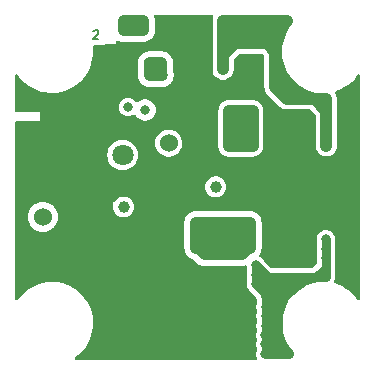
<source format=gbr>
%TF.GenerationSoftware,KiCad,Pcbnew,7.0.11-7.0.11~ubuntu22.04.1*%
%TF.CreationDate,2024-11-21T15:06:28+02:00*%
%TF.ProjectId,POEv3_Rev_A,504f4576-335f-4526-9576-5f412e6b6963,A*%
%TF.SameCoordinates,PX55d4a80PY8a48640*%
%TF.FileFunction,Copper,L2,Inr*%
%TF.FilePolarity,Positive*%
%FSLAX46Y46*%
G04 Gerber Fmt 4.6, Leading zero omitted, Abs format (unit mm)*
G04 Created by KiCad (PCBNEW 7.0.11-7.0.11~ubuntu22.04.1) date 2024-11-21 15:06:28*
%MOMM*%
%LPD*%
G01*
G04 APERTURE LIST*
%ADD10C,0.190500*%
%TA.AperFunction,NonConductor*%
%ADD11C,0.190500*%
%TD*%
%TA.AperFunction,ComponentPad*%
%ADD12C,1.524000*%
%TD*%
%TA.AperFunction,ComponentPad*%
%ADD13R,1.524000X1.524000*%
%TD*%
%TA.AperFunction,ComponentPad*%
%ADD14C,1.800000*%
%TD*%
%TA.AperFunction,ViaPad*%
%ADD15C,1.000000*%
%TD*%
%TA.AperFunction,ViaPad*%
%ADD16C,0.800000*%
%TD*%
%TA.AperFunction,Conductor*%
%ADD17C,1.270000*%
%TD*%
%TA.AperFunction,Conductor*%
%ADD18C,1.016000*%
%TD*%
%TA.AperFunction,Conductor*%
%ADD19C,1.524000*%
%TD*%
%TA.AperFunction,Conductor*%
%ADD20C,0.762000*%
%TD*%
%TA.AperFunction,Conductor*%
%ADD21C,0.508000*%
%TD*%
%TA.AperFunction,Conductor*%
%ADD22C,0.609600*%
%TD*%
%TA.AperFunction,Conductor*%
%ADD23C,0.990600*%
%TD*%
G04 APERTURE END LIST*
D10*
D11*
X7020470Y28242589D02*
X7056756Y28278875D01*
X7056756Y28278875D02*
X7129328Y28315161D01*
X7129328Y28315161D02*
X7310756Y28315161D01*
X7310756Y28315161D02*
X7383328Y28278875D01*
X7383328Y28278875D02*
X7419613Y28242589D01*
X7419613Y28242589D02*
X7455899Y28170018D01*
X7455899Y28170018D02*
X7455899Y28097446D01*
X7455899Y28097446D02*
X7419613Y27988589D01*
X7419613Y27988589D02*
X6984185Y27553161D01*
X6984185Y27553161D02*
X7455899Y27553161D01*
D12*
%TO.N,Spare1*%
%TO.C,C2*%
X2750000Y12500000D03*
D13*
%TO.N,GND*%
X7750000Y12500000D03*
%TD*%
D12*
%TO.N,+5VP*%
%TO.C,C6*%
X13400000Y18750000D03*
D13*
%TO.N,GND*%
X13400000Y15250000D03*
%TD*%
D14*
%TO.N,Spare2*%
%TO.C,U1*%
X9500000Y17750000D03*
%TD*%
%TO.N,/ILIM*%
%TO.C,U2*%
X18000000Y10950000D03*
%TD*%
D15*
%TO.N,GND*%
X12100000Y13850000D03*
X6250000Y14000000D03*
X14700000Y15700000D03*
X12900000Y4900000D03*
X14100000Y12850000D03*
X14100000Y11850000D03*
X12100000Y15850000D03*
X8500000Y9900000D03*
X11800000Y6900000D03*
X14100000Y13850000D03*
X6250000Y13000000D03*
X8500000Y10900000D03*
X11100000Y10850000D03*
X29000000Y17500000D03*
X8500000Y8900000D03*
X12900000Y5900000D03*
X29000000Y7500000D03*
X13100000Y9850000D03*
X29000000Y15000000D03*
X12100000Y14850000D03*
X12900000Y6900000D03*
X11800000Y4900000D03*
X11100000Y12850000D03*
X11100000Y8850000D03*
X14700000Y14700000D03*
X7500000Y9900000D03*
X13100000Y10850000D03*
X6250000Y12000000D03*
X13100000Y13850000D03*
X13100000Y12850000D03*
X11100000Y9850000D03*
X13100000Y8850000D03*
X8500000Y7900000D03*
X6500000Y10900000D03*
X7500000Y8900000D03*
X29000000Y12500000D03*
X12100000Y8850000D03*
X7500000Y10900000D03*
X6500000Y9900000D03*
X14100000Y10850000D03*
X7500000Y13750000D03*
X11100000Y11850000D03*
X12100000Y9850000D03*
X12100000Y11850000D03*
X12100000Y12850000D03*
X12100000Y10850000D03*
X29000000Y20000000D03*
X13100000Y11850000D03*
X14000000Y6900000D03*
X29000000Y22500000D03*
X14000000Y5900000D03*
X14100000Y9850000D03*
X14100000Y8850000D03*
X29000000Y10000000D03*
X11800000Y5900000D03*
X6250000Y15000000D03*
D16*
%TO.N,/SW_LX*%
X24000000Y7300000D03*
X20800000Y7600000D03*
X24000000Y6500000D03*
X22400000Y7300000D03*
X22400000Y6500000D03*
X22400000Y900000D03*
X22400000Y4100000D03*
X22400000Y3300000D03*
X24800000Y7300000D03*
X22400000Y5700000D03*
X23200000Y900000D03*
X22400000Y4900000D03*
X21600000Y7300000D03*
X21600000Y3300000D03*
X21600000Y5700000D03*
X20800000Y6800000D03*
X23200000Y5700000D03*
X21589000Y2500000D03*
X21600000Y4100000D03*
X23200000Y6500000D03*
X21589000Y900000D03*
X22400000Y2500000D03*
X21600000Y4900000D03*
X23200000Y7300000D03*
X26700000Y7400000D03*
X26700000Y10600000D03*
X22400000Y1700000D03*
X21589000Y1700000D03*
X26700000Y9800000D03*
X20800000Y8400000D03*
X26700000Y9000000D03*
X21600000Y6500000D03*
X26700000Y8200000D03*
%TO.N,Net-(U1-CLS)*%
X9960000Y21800000D03*
D15*
%TO.N,/ILIM*%
X20250000Y9900000D03*
X15750000Y9900000D03*
X20250000Y12000000D03*
X15750000Y12000000D03*
X15750000Y10950000D03*
X20250000Y10950000D03*
D16*
X18625000Y9250000D03*
D15*
%TO.N,Net-(U1-CDB)*%
X17375000Y15050000D03*
X9584989Y13333661D03*
%TO.N,+5VP*%
X22400000Y23500000D03*
X21000000Y28100000D03*
X19500000Y20500000D03*
X22000000Y29100000D03*
X19500000Y21500000D03*
X19500000Y19500000D03*
X26750000Y19500000D03*
X18500000Y18500000D03*
X18500000Y20500000D03*
X18000000Y26000000D03*
X19500000Y18500000D03*
X21000000Y29100000D03*
X18000000Y25000000D03*
D16*
X22400000Y26500000D03*
D15*
X23000000Y29100000D03*
X22400000Y25500000D03*
X20500000Y19500000D03*
X19000000Y29100000D03*
X24400000Y22500000D03*
D16*
X21000000Y27200000D03*
D15*
X20500000Y18500000D03*
D16*
X22000000Y27200000D03*
D15*
X20500000Y21500000D03*
X26750000Y20500000D03*
X26750000Y22500000D03*
X18500000Y21500000D03*
X22000000Y28100000D03*
X23400000Y23500000D03*
X18500000Y19500000D03*
X20000000Y28100000D03*
X22400000Y24500000D03*
X20000000Y29100000D03*
D16*
X19000000Y27200000D03*
D15*
X25400000Y22500000D03*
X23400000Y22500000D03*
D16*
X20000000Y27200000D03*
D15*
X19000000Y28100000D03*
X26750000Y18500000D03*
X20500000Y20500000D03*
X26750000Y21500000D03*
%TO.N,Spare1*%
X11815131Y24515131D03*
X12784000Y25500000D03*
X11784000Y25500000D03*
X12800000Y24500000D03*
D16*
%TO.N,Spare2*%
X11405000Y21560000D03*
X9600000Y28300000D03*
X9600000Y29111000D03*
X10400000Y28300000D03*
X10400000Y29111000D03*
X11200000Y28300000D03*
X11200000Y29111000D03*
%TD*%
D17*
%TO.N,GND*%
X14000000Y5900000D02*
X13000000Y4900000D01*
D18*
X9250000Y11850000D02*
X11100000Y11850000D01*
X7750000Y12500000D02*
X8400000Y11850000D01*
X11250000Y15000000D02*
X12100000Y15850000D01*
D17*
X13100000Y8850000D02*
X13100000Y5100000D01*
D19*
X14700000Y15850000D02*
X12100000Y15850000D01*
D18*
X14000000Y7900000D02*
X14100000Y8000000D01*
X9100000Y14850000D02*
X10200000Y14850000D01*
X8300000Y15000000D02*
X7500000Y15000000D01*
D17*
X14700000Y15700000D02*
X14700000Y15850000D01*
D18*
X11100000Y12850000D02*
X10100000Y11850000D01*
X6500000Y9900000D02*
X8500000Y9900000D01*
X10200000Y6200000D02*
X11500000Y4900000D01*
D17*
X12100000Y8850000D02*
X11100000Y8850000D01*
D18*
X6250000Y10150000D02*
X6250000Y12000000D01*
D17*
X14700000Y13450000D02*
X14700000Y14700000D01*
X12100000Y5700000D02*
X12900000Y4900000D01*
X14100000Y8000000D02*
X14100000Y6000000D01*
D18*
X7500000Y12750000D02*
X7750000Y12500000D01*
X6500000Y10900000D02*
X8500000Y10900000D01*
X10100000Y11850000D02*
X9250000Y11850000D01*
X6400000Y11850000D02*
X6250000Y12000000D01*
D17*
X14100000Y12850000D02*
X14700000Y13450000D01*
D19*
X12100000Y13850000D02*
X14100000Y13850000D01*
D18*
X8300000Y15000000D02*
X11250000Y15000000D01*
X6250000Y15000000D02*
X7500000Y13750000D01*
D17*
X13100000Y8850000D02*
X13100000Y13850000D01*
D18*
X8500000Y7900000D02*
X10250000Y7900000D01*
D17*
X11100000Y8850000D02*
X11100000Y12850000D01*
D18*
X7750000Y12500000D02*
X6250000Y14000000D01*
X7500000Y13750000D02*
X7500000Y12750000D01*
X12100000Y15850000D02*
X12800000Y15850000D01*
D17*
X13100000Y5100000D02*
X12900000Y4900000D01*
D18*
X13400000Y15250000D02*
X13400000Y14150000D01*
X13400000Y14150000D02*
X13100000Y13850000D01*
X8500000Y9900000D02*
X11050000Y9900000D01*
X11050000Y9900000D02*
X11100000Y9850000D01*
X10250000Y7900000D02*
X14000000Y7900000D01*
X7750000Y12500000D02*
X6250000Y12500000D01*
X8400000Y11850000D02*
X9250000Y11850000D01*
X6250000Y12500000D02*
X6250000Y15000000D01*
X12800000Y15850000D02*
X13400000Y15250000D01*
D17*
X14100000Y8850000D02*
X12100000Y8850000D01*
D18*
X11100000Y13950000D02*
X10200000Y14850000D01*
D17*
X14100000Y13850000D02*
X14100000Y15850000D01*
D18*
X6250000Y15000000D02*
X7100000Y15850000D01*
X8500000Y8900000D02*
X11050000Y8900000D01*
X12100000Y13950000D02*
X13400000Y15250000D01*
X7100000Y15850000D02*
X12100000Y15850000D01*
X8500000Y10900000D02*
X11050000Y10900000D01*
X11050000Y8900000D02*
X11100000Y8850000D01*
X11500000Y4900000D02*
X12900000Y4900000D01*
X9250000Y11850000D02*
X9104307Y11850000D01*
X7500000Y13750000D02*
X7500000Y15000000D01*
X14100000Y14550000D02*
X13400000Y15250000D01*
X12100000Y13850000D02*
X12100000Y13950000D01*
D17*
X11100000Y8850000D02*
X11100000Y4900000D01*
D18*
X9100000Y14850000D02*
X8950000Y15000000D01*
X7500000Y8900000D02*
X6250000Y10150000D01*
X8195989Y12758318D02*
X8195989Y13945989D01*
D17*
X13000000Y4900000D02*
X12900000Y4900000D01*
X14700000Y14700000D02*
X14700000Y15700000D01*
D18*
X7500000Y15000000D02*
X6250000Y15000000D01*
X8500000Y10900000D02*
X8500000Y7900000D01*
D17*
X14100000Y8850000D02*
X14100000Y8000000D01*
X14100000Y6000000D02*
X14000000Y5900000D01*
D18*
X8195989Y13945989D02*
X9100000Y14850000D01*
D17*
X12900000Y4900000D02*
X11800000Y4900000D01*
D18*
X9104307Y11850000D02*
X8195989Y12758318D01*
X10250000Y6250000D02*
X10250000Y7900000D01*
D17*
X11100000Y12850000D02*
X12100000Y13850000D01*
X14100000Y15850000D02*
X12100000Y15850000D01*
D18*
X11100000Y11850000D02*
X6400000Y11850000D01*
X11100000Y12850000D02*
X11100000Y13950000D01*
X7500000Y13750000D02*
X7500000Y8900000D01*
X14100000Y13850000D02*
X14700000Y14450000D01*
D17*
X12100000Y15850000D02*
X12100000Y13850000D01*
D18*
X6250000Y12000000D02*
X6250000Y12500000D01*
D17*
X12100000Y8850000D02*
X12100000Y13850000D01*
X11100000Y4900000D02*
X6250000Y9750000D01*
D18*
X8950000Y15000000D02*
X8300000Y15000000D01*
D17*
X11100000Y4900000D02*
X11800000Y4900000D01*
D18*
X8500000Y7900000D02*
X10200000Y6200000D01*
X11050000Y10900000D02*
X11100000Y10850000D01*
D17*
X12100000Y8850000D02*
X12100000Y5700000D01*
D18*
X10200000Y14850000D02*
X12100000Y14850000D01*
X14700000Y14450000D02*
X14700000Y14700000D01*
X14100000Y13850000D02*
X14100000Y8850000D01*
X8500000Y7900000D02*
X7500000Y8900000D01*
D17*
X6250000Y9750000D02*
X6250000Y15000000D01*
D18*
X14100000Y13850000D02*
X14100000Y14550000D01*
X10200000Y6200000D02*
X10250000Y6250000D01*
D20*
%TO.N,/SW_LX*%
X23025718Y1485718D02*
X22618999Y1892437D01*
X23200000Y5700000D02*
X22618999Y4300000D01*
X22800000Y5300000D02*
X22400000Y4900000D01*
D21*
X22618999Y3680000D02*
X23200000Y5700000D01*
X22653781Y2490000D02*
X23646218Y1010000D01*
D20*
X20800000Y6800000D02*
X23700000Y6800000D01*
X21600000Y6000000D02*
X21600000Y5700000D01*
X24522633Y6977367D02*
X25900000Y7400000D01*
X21600000Y911000D02*
X21589000Y900000D01*
X23700000Y6800000D02*
X24000000Y6500000D01*
X23025718Y1485718D02*
X22400000Y3300000D01*
X23025718Y1485718D02*
X23573827Y937609D01*
X26700000Y7400000D02*
X25900000Y7400000D01*
X23200000Y900000D02*
X22400000Y1700000D01*
X22618999Y1940000D02*
X22618999Y1481001D01*
X26700000Y10600000D02*
X26700000Y7400000D01*
X21000000Y7400000D02*
X20800000Y7600000D01*
X26700000Y7400000D02*
X22800000Y7400000D01*
X21800000Y7400000D02*
X21900000Y7400000D01*
X25900000Y7400000D02*
X26700000Y8200000D01*
X21900000Y1211000D02*
X21900000Y7400000D01*
X22618999Y2790000D02*
X22618999Y2380000D01*
X20800000Y8400000D02*
X21800000Y7400000D01*
X21600000Y5700000D02*
X21600000Y911000D01*
X22800000Y5300000D02*
X22800000Y7400000D01*
X24000000Y6500000D02*
X25200000Y7306564D01*
X22400000Y2500000D02*
X22618999Y3680000D01*
X21600000Y5700000D02*
X21600000Y7300000D01*
X23200000Y900000D02*
X23611436Y900000D01*
X22618999Y3680000D02*
X22618999Y2790000D01*
X23200000Y5700000D02*
X22800000Y5300000D01*
D21*
X22618999Y3680000D02*
X23200000Y900000D01*
D20*
X22400000Y3300000D02*
X23200000Y900000D01*
X22618999Y1892437D02*
X22618999Y1940000D01*
X23200000Y5700000D02*
X22618999Y5118999D01*
X20800000Y6800000D02*
X21600000Y6000000D01*
X21900000Y7400000D02*
X21000000Y7400000D01*
X20800000Y8400000D02*
X20800000Y6800000D01*
X24000000Y6500000D02*
X23200000Y5700000D01*
X21589000Y900000D02*
X21900000Y1211000D01*
X22618999Y1481001D02*
X23200000Y900000D01*
X22400000Y1700000D02*
X22400000Y7300000D01*
X22618999Y2380000D02*
X22618999Y1940000D01*
X21589000Y900000D02*
X23200000Y900000D01*
X24230446Y6730446D02*
X24000000Y6500000D01*
X25900000Y7400000D02*
X25846892Y7400000D01*
X22800000Y7400000D02*
X21900000Y7400000D01*
X22669499Y2610000D02*
X23250500Y1130000D01*
X23611436Y900000D02*
X23025718Y1485718D01*
X22618999Y5118999D02*
X22618999Y3680000D01*
X22618999Y2790000D02*
X23200000Y900000D01*
X25846892Y7400005D02*
G75*
G03*
X24230446Y6730446I8J-2286005D01*
G01*
D18*
%TO.N,/ILIM*%
X17900000Y9900000D02*
X19400000Y9900000D01*
X15750000Y9900000D02*
X15750000Y12000000D01*
D20*
X19275000Y9900000D02*
X19400000Y9900000D01*
X18625000Y9250000D02*
X16400000Y9250000D01*
X18625000Y9250000D02*
X19600000Y9250000D01*
D18*
X20250000Y11400000D02*
X15750000Y11400000D01*
X20250000Y10950000D02*
X15750000Y10950000D01*
X15750000Y12000000D02*
X20250000Y12000000D01*
D20*
X18625000Y9250000D02*
X17975000Y9900000D01*
D18*
X19400000Y9900000D02*
X20250000Y9900000D01*
X20250000Y10500000D02*
X15750000Y10500000D01*
D20*
X16400000Y9250000D02*
X15750000Y9900000D01*
X18625000Y9250000D02*
X19275000Y9900000D01*
D18*
X20250000Y12000000D02*
X20250000Y9900000D01*
X15750000Y9900000D02*
X17900000Y9900000D01*
D20*
X17975000Y9900000D02*
X17900000Y9900000D01*
X19600000Y9250000D02*
X20250000Y9900000D01*
D18*
%TO.N,+5VP*%
X24425024Y23055024D02*
X24080915Y23250915D01*
X22491999Y24839832D02*
X22491999Y27720000D01*
X22400000Y26500000D02*
X22400000Y26089144D01*
X23431831Y29100000D02*
X23000000Y29100000D01*
X18500000Y18500000D02*
X18500000Y21500000D01*
X19000000Y28100000D02*
X22000000Y28100000D01*
D21*
X26750000Y22500000D02*
X24080915Y23250915D01*
D18*
X20500000Y18500000D02*
X18500000Y18500000D01*
X22621770Y27720000D02*
X22400000Y26500000D01*
X22400000Y26500000D02*
X21700000Y27200000D01*
X22400000Y23500000D02*
X23400000Y22500000D01*
D22*
X22400000Y26900000D02*
X23218344Y24113487D01*
D18*
X22000000Y27200000D02*
X22000000Y29100000D01*
D20*
X23000000Y29100000D02*
X22400000Y26089144D01*
D18*
X18000000Y25000000D02*
X18000000Y26000000D01*
X23218344Y24113487D02*
X24080915Y23250915D01*
D22*
X23218343Y28886512D02*
X22400000Y26089144D01*
D18*
X21400000Y27200000D02*
X22000000Y27200000D01*
D20*
X22400000Y26089144D02*
X23400000Y23500000D01*
D18*
X25750000Y22500000D02*
X25400000Y22500000D01*
X22400000Y26910856D02*
X22621770Y27720000D01*
X22400000Y23500000D02*
X22400000Y25500000D01*
X26750000Y21500000D02*
X25750000Y22500000D01*
X22400000Y24500000D02*
X24400000Y22500000D01*
X24781878Y22851878D02*
X24425024Y23055024D01*
X19500000Y21500000D02*
X19500000Y18500000D01*
D23*
X26750000Y22500000D02*
X26750000Y18500000D01*
D18*
X18000000Y29100000D02*
X19000000Y29100000D01*
X22400000Y25500000D02*
X22400000Y26900000D01*
X19000000Y29100000D02*
X23000000Y29100000D01*
X22000000Y28100000D02*
X23000000Y29100000D01*
X18000000Y26000000D02*
X18000000Y26200000D01*
X18000000Y26000000D02*
X18000000Y29100000D01*
X19000000Y29100000D02*
X19000000Y27200000D01*
X23431831Y29100000D02*
X23218343Y28886512D01*
X18000000Y26200000D02*
X19000000Y27200000D01*
X23218344Y24113487D02*
X22491999Y24839832D01*
X22400000Y25500000D02*
X22400000Y24500000D01*
X25400000Y22500000D02*
X24781878Y22851878D01*
X24080915Y23250915D02*
X24831831Y22500000D01*
X23408001Y22491999D02*
X26750000Y22491999D01*
X22400000Y28500000D02*
X23000000Y29100000D01*
X25750000Y22500000D02*
X24781878Y22851878D01*
X20500000Y21500000D02*
X20500000Y18500000D01*
X21700000Y27200000D02*
X21400000Y27200000D01*
D22*
X22400000Y26900000D02*
X23400000Y23500000D01*
D18*
X24831831Y22500000D02*
X25400000Y22500000D01*
X19000000Y27200000D02*
X21400000Y27200000D01*
X18500000Y21500000D02*
X20500000Y21500000D01*
D22*
X24080915Y23250915D02*
X22695199Y25330000D01*
D18*
X22400000Y26910856D02*
X22400000Y26900000D01*
X23400000Y22500000D02*
X23408001Y22491999D01*
X22621770Y27720000D02*
X23218343Y28886512D01*
D23*
X26750000Y22500000D02*
X24831831Y22500000D01*
D18*
X22621770Y27720000D02*
X23000000Y29100000D01*
X22400000Y26900000D02*
X22400000Y28500000D01*
X22400031Y26089144D02*
G75*
G03*
X23218344Y24113487I2793969J-44D01*
G01*
X23218321Y28886534D02*
G75*
G03*
X22400000Y26910856I1975679J-1975634D01*
G01*
%TO.N,Spare1*%
X12784000Y25500000D02*
X12784000Y24516000D01*
X11784000Y25500000D02*
X12784000Y25500000D01*
X12784869Y24515131D02*
X11815131Y24515131D01*
X11815131Y24515131D02*
X11815131Y25468869D01*
X12784000Y24516000D02*
G75*
G03*
X12800000Y24500000I16000J0D01*
G01*
X11815100Y25468869D02*
G75*
G03*
X11784000Y25500000I-31100J31D01*
G01*
X12800031Y24500000D02*
G75*
G03*
X12784869Y24515131I-15131J0D01*
G01*
%TO.N,Spare2*%
X9600000Y28300000D02*
X9600000Y29111000D01*
X9600000Y29111000D02*
X11200000Y29111000D01*
X11200000Y28300000D02*
X9600000Y28300000D01*
X11200000Y29111000D02*
X11200000Y28300000D01*
%TD*%
%TA.AperFunction,Conductor*%
%TO.N,GND*%
G36*
X17127892Y29598498D02*
G01*
X17174385Y29544842D01*
X17184489Y29474568D01*
X17179604Y29453566D01*
X17174492Y29437832D01*
X17170481Y29425488D01*
X17165757Y29413183D01*
X17149374Y29376385D01*
X17149373Y29376383D01*
X17140999Y29336985D01*
X17137586Y29324247D01*
X17125145Y29285961D01*
X17125144Y29285955D01*
X17120934Y29245903D01*
X17118872Y29232882D01*
X17110500Y29193492D01*
X17110500Y26226594D01*
X17110327Y26220000D01*
X17106825Y26153193D01*
X17108949Y26139788D01*
X17110500Y26120076D01*
X17110500Y24953377D01*
X17125146Y24814039D01*
X17182922Y24636221D01*
X17182928Y24636209D01*
X17276410Y24474291D01*
X17276414Y24474285D01*
X17401527Y24335333D01*
X17552795Y24225430D01*
X17552797Y24225429D01*
X17552800Y24225427D01*
X17723615Y24149375D01*
X17867634Y24118764D01*
X17906509Y24110500D01*
X17906510Y24110500D01*
X18093491Y24110500D01*
X18125551Y24117315D01*
X18276385Y24149375D01*
X18447200Y24225427D01*
X18598470Y24335331D01*
X18620156Y24359415D01*
X18723585Y24474285D01*
X18723589Y24474291D01*
X18782157Y24575735D01*
X18817075Y24636215D01*
X18874855Y24814044D01*
X18889500Y24953380D01*
X18889500Y25779367D01*
X18909502Y25847488D01*
X18926405Y25868462D01*
X19331538Y26273595D01*
X19393850Y26307621D01*
X19420633Y26310500D01*
X21279367Y26310500D01*
X21347488Y26290498D01*
X21368462Y26273595D01*
X21473595Y26168462D01*
X21507621Y26106150D01*
X21510500Y26079367D01*
X21510500Y24579926D01*
X21508949Y24560216D01*
X21506825Y24546810D01*
X21510327Y24480002D01*
X21510500Y24473407D01*
X21510500Y23579926D01*
X21508949Y23560216D01*
X21506825Y23546810D01*
X21510327Y23480002D01*
X21510500Y23473407D01*
X21510500Y23453377D01*
X21512593Y23433466D01*
X21513110Y23426888D01*
X21516610Y23360092D01*
X21516611Y23360081D01*
X21520125Y23346967D01*
X21523726Y23327537D01*
X21525144Y23314043D01*
X21545818Y23250418D01*
X21547691Y23244094D01*
X21565006Y23179476D01*
X21571165Y23167387D01*
X21578729Y23149128D01*
X21582925Y23136215D01*
X21616385Y23078261D01*
X21619523Y23072480D01*
X21649891Y23012877D01*
X21658430Y23002333D01*
X21669629Y22986039D01*
X21676415Y22974285D01*
X21721182Y22924566D01*
X21725465Y22919551D01*
X21738064Y22903993D01*
X21738069Y22903987D01*
X21752210Y22889846D01*
X21756751Y22885062D01*
X21801530Y22835331D01*
X21812509Y22827354D01*
X21827545Y22814512D01*
X22722510Y21919547D01*
X22735349Y21904516D01*
X22743332Y21893529D01*
X22776360Y21863790D01*
X22793051Y21848762D01*
X22797820Y21844237D01*
X22811995Y21830062D01*
X22827562Y21817456D01*
X22832553Y21813193D01*
X22882286Y21768414D01*
X22891852Y21762892D01*
X22894035Y21761631D01*
X22910334Y21750429D01*
X22920876Y21741892D01*
X22980510Y21711507D01*
X22986249Y21708391D01*
X23044216Y21674924D01*
X23057119Y21670732D01*
X23075380Y21663169D01*
X23087476Y21657005D01*
X23087478Y21657005D01*
X23087479Y21657004D01*
X23152091Y21639692D01*
X23158419Y21637818D01*
X23222045Y21617144D01*
X23230041Y21616304D01*
X23235542Y21615725D01*
X23254975Y21612124D01*
X23268086Y21608611D01*
X23334889Y21605111D01*
X23341452Y21604595D01*
X23361381Y21602499D01*
X23381415Y21602499D01*
X23388007Y21602327D01*
X23410497Y21601148D01*
X23454809Y21598825D01*
X23454809Y21598826D01*
X23454811Y21598825D01*
X23464575Y21600372D01*
X23468216Y21600948D01*
X23487926Y21602499D01*
X25337368Y21602499D01*
X25405489Y21582497D01*
X25426463Y21565594D01*
X25836295Y21155762D01*
X25870321Y21093450D01*
X25873200Y21066667D01*
X25873200Y20597525D01*
X25872510Y20584355D01*
X25863644Y20500001D01*
X25872510Y20415646D01*
X25873200Y20402476D01*
X25873200Y19597525D01*
X25872510Y19584355D01*
X25863644Y19500001D01*
X25872510Y19415646D01*
X25873200Y19402476D01*
X25873200Y18597525D01*
X25872510Y18584355D01*
X25863644Y18500001D01*
X25883012Y18315717D01*
X25911373Y18228434D01*
X25940274Y18139487D01*
X25942163Y18136215D01*
X26032921Y17979016D01*
X26032926Y17979008D01*
X26156909Y17841311D01*
X26156912Y17841309D01*
X26306822Y17732393D01*
X26476101Y17657025D01*
X26657350Y17618500D01*
X26657351Y17618500D01*
X26842650Y17618500D01*
X26948534Y17641006D01*
X27023899Y17657025D01*
X27193178Y17732393D01*
X27242846Y17768481D01*
X27246954Y17771341D01*
X27247219Y17771519D01*
X27249289Y17773161D01*
X27343088Y17841309D01*
X27384167Y17886934D01*
X27386301Y17889242D01*
X27390302Y17893467D01*
X27390306Y17893470D01*
X27390309Y17893475D01*
X27391580Y17894816D01*
X27395170Y17899153D01*
X27467077Y17979013D01*
X27500167Y18036331D01*
X27502219Y18039413D01*
X27502191Y18039429D01*
X27506492Y18046577D01*
X27510084Y18053507D01*
X27559726Y18139487D01*
X27582001Y18208046D01*
X27584235Y18213738D01*
X27585796Y18218375D01*
X27585802Y18218386D01*
X27585804Y18218399D01*
X27586291Y18219842D01*
X27588626Y18228434D01*
X27616987Y18315716D01*
X27619031Y18335159D01*
X27621711Y18360662D01*
X27625170Y18393576D01*
X27626462Y18401541D01*
X27627019Y18406657D01*
X27627490Y18415646D01*
X27636356Y18500000D01*
X27627489Y18584356D01*
X27626800Y18597525D01*
X27626800Y19402476D01*
X27627490Y19415646D01*
X27636356Y19500000D01*
X27627489Y19584356D01*
X27626800Y19597525D01*
X27626800Y20402476D01*
X27627490Y20415646D01*
X27633623Y20474000D01*
X27636356Y20500000D01*
X27627489Y20584356D01*
X27626800Y20597525D01*
X27626800Y21339891D01*
X27628351Y21359602D01*
X27630009Y21370072D01*
X27643174Y21453190D01*
X27642881Y21458774D01*
X27634711Y21614689D01*
X27633389Y21639915D01*
X27632477Y21643318D01*
X27631094Y21648481D01*
X27626800Y21681094D01*
X27626800Y22325515D01*
X27629553Y22351712D01*
X27639500Y22398509D01*
X27639500Y22585490D01*
X27631236Y22624365D01*
X27600625Y22768384D01*
X27562732Y22853493D01*
X27561988Y22855430D01*
X27559728Y22860507D01*
X27559726Y22860513D01*
X27559722Y22860520D01*
X27557465Y22865590D01*
X27556521Y22867442D01*
X27548676Y22885062D01*
X27524573Y22939199D01*
X27524571Y22939202D01*
X27524570Y22939204D01*
X27503341Y22968423D01*
X27479482Y23035290D01*
X27495561Y23104442D01*
X27546475Y23153923D01*
X27572127Y23164046D01*
X27584400Y23167393D01*
X27600986Y23171916D01*
X27948503Y23307798D01*
X28279607Y23479849D01*
X28590547Y23686119D01*
X28877801Y23924272D01*
X29138114Y24191609D01*
X29368535Y24485101D01*
X29385685Y24512510D01*
X29438774Y24559649D01*
X29508920Y24570603D01*
X29573853Y24541895D01*
X29612957Y24482638D01*
X29618500Y24445678D01*
X29618500Y5548984D01*
X29598498Y5480863D01*
X29544842Y5434370D01*
X29474568Y5424266D01*
X29409988Y5453760D01*
X29389394Y5476560D01*
X29334772Y5554323D01*
X29257232Y5664713D01*
X29257227Y5664719D01*
X29257222Y5664725D01*
X29011517Y5945527D01*
X29011515Y5945529D01*
X28737344Y6198630D01*
X28437828Y6421152D01*
X28437827Y6421154D01*
X28269813Y6520155D01*
X28116345Y6610585D01*
X27776554Y6764770D01*
X27670057Y6800001D01*
X27471613Y6865650D01*
X27413222Y6906035D01*
X27385934Y6971578D01*
X27398413Y7041469D01*
X27404504Y7052316D01*
X27408561Y7058773D01*
X27408562Y7058774D01*
X27466727Y7225000D01*
X27486445Y7400000D01*
X27466727Y7575000D01*
X27466727Y7575002D01*
X27465659Y7579681D01*
X27462500Y7607718D01*
X27462500Y7992286D01*
X27465659Y8020324D01*
X27466724Y8024992D01*
X27466727Y8025000D01*
X27486445Y8200000D01*
X27468067Y8363111D01*
X27466727Y8375002D01*
X27465659Y8379681D01*
X27462500Y8407718D01*
X27462500Y8792286D01*
X27465659Y8820324D01*
X27466724Y8824992D01*
X27466727Y8825000D01*
X27486445Y9000000D01*
X27466727Y9175000D01*
X27466727Y9175002D01*
X27465659Y9179681D01*
X27462500Y9207718D01*
X27462500Y9592286D01*
X27465659Y9620324D01*
X27466724Y9624992D01*
X27466727Y9625000D01*
X27486445Y9800000D01*
X27470720Y9939560D01*
X27466727Y9975002D01*
X27465659Y9979681D01*
X27462500Y10007718D01*
X27462500Y10392286D01*
X27465659Y10420324D01*
X27466724Y10424992D01*
X27466727Y10425000D01*
X27486445Y10600000D01*
X27466727Y10775000D01*
X27408562Y10941226D01*
X27314867Y11090340D01*
X27314863Y11090344D01*
X27314863Y11090345D01*
X27190344Y11214864D01*
X27190341Y11214866D01*
X27190340Y11214867D01*
X27052370Y11301560D01*
X27041225Y11308563D01*
X26922614Y11350066D01*
X26875000Y11366727D01*
X26700000Y11386445D01*
X26525000Y11366727D01*
X26524997Y11366727D01*
X26524997Y11366726D01*
X26358774Y11308563D01*
X26258467Y11245535D01*
X26209660Y11214867D01*
X26209658Y11214866D01*
X26209656Y11214864D01*
X26209655Y11214864D01*
X26085136Y11090345D01*
X26085136Y11090344D01*
X25991437Y10941226D01*
X25933274Y10775003D01*
X25933273Y10775000D01*
X25913555Y10600000D01*
X25933273Y10425000D01*
X25934341Y10420324D01*
X25937500Y10392286D01*
X25937500Y10007718D01*
X25934341Y9979681D01*
X25933272Y9975002D01*
X25913555Y9800001D01*
X25933273Y9625000D01*
X25934341Y9620324D01*
X25937500Y9592286D01*
X25937500Y9207718D01*
X25934341Y9179681D01*
X25933272Y9175002D01*
X25913555Y9000001D01*
X25933273Y8825000D01*
X25934341Y8820324D01*
X25937500Y8792286D01*
X25937500Y8568028D01*
X25917498Y8499907D01*
X25900595Y8478933D01*
X25621067Y8199405D01*
X25558755Y8165379D01*
X25531972Y8162500D01*
X22825856Y8162500D01*
X22818530Y8162713D01*
X22807141Y8163377D01*
X22755367Y8166392D01*
X22755362Y8166392D01*
X22749708Y8165396D01*
X22744144Y8164414D01*
X22722267Y8162500D01*
X22168028Y8162500D01*
X22099907Y8182502D01*
X22078933Y8199405D01*
X21470333Y8808005D01*
X21452741Y8830064D01*
X21414867Y8890341D01*
X21290344Y9014864D01*
X21290341Y9014866D01*
X21290340Y9014867D01*
X21141226Y9108562D01*
X21141225Y9108563D01*
X21141224Y9108563D01*
X21135961Y9110405D01*
X21078271Y9151786D01*
X21052112Y9217788D01*
X21065789Y9287455D01*
X21080177Y9309258D01*
X21099278Y9332531D01*
X21193667Y9509120D01*
X21251792Y9700731D01*
X21266500Y9850066D01*
X21271418Y9900000D01*
X21267107Y9943773D01*
X21266500Y9956123D01*
X21266500Y10443879D01*
X21267107Y10456230D01*
X21271418Y10499999D01*
X21271418Y10500003D01*
X21267107Y10543773D01*
X21266500Y10556123D01*
X21266500Y10893879D01*
X21267107Y10906230D01*
X21271418Y10949999D01*
X21271418Y10950003D01*
X21267107Y10993773D01*
X21266500Y11006123D01*
X21266500Y11343879D01*
X21267107Y11356230D01*
X21271418Y11399999D01*
X21271418Y11400003D01*
X21267107Y11443773D01*
X21266500Y11456123D01*
X21266500Y11943879D01*
X21267107Y11956230D01*
X21271418Y11999998D01*
X21271418Y12000005D01*
X21251793Y12199262D01*
X21251793Y12199264D01*
X21251792Y12199267D01*
X21251792Y12199269D01*
X21193667Y12390880D01*
X21189468Y12398735D01*
X21099279Y12567467D01*
X21099278Y12567469D01*
X20972252Y12722252D01*
X20817469Y12849278D01*
X20817467Y12849279D01*
X20817466Y12849280D01*
X20640883Y12943666D01*
X20640877Y12943668D01*
X20543698Y12973147D01*
X20449269Y13001792D01*
X20449266Y13001793D01*
X20449261Y13001794D01*
X20299935Y13016500D01*
X20299934Y13016500D01*
X20283289Y13018140D01*
X20250002Y13021418D01*
X20249998Y13021418D01*
X20220205Y13018484D01*
X20206228Y13017107D01*
X20193879Y13016500D01*
X15806121Y13016500D01*
X15793771Y13017107D01*
X15779794Y13018484D01*
X15750002Y13021418D01*
X15749998Y13021418D01*
X15716710Y13018140D01*
X15700066Y13016500D01*
X15700065Y13016500D01*
X15550739Y13001794D01*
X15550736Y13001794D01*
X15359122Y12943668D01*
X15359116Y12943666D01*
X15182533Y12849280D01*
X15027748Y12722252D01*
X14900720Y12567467D01*
X14806334Y12390884D01*
X14806332Y12390878D01*
X14748206Y12199264D01*
X14748206Y12199262D01*
X14728582Y12000004D01*
X14728582Y11999999D01*
X14732893Y11956230D01*
X14733500Y11943879D01*
X14733500Y11456123D01*
X14732893Y11443773D01*
X14728582Y11400003D01*
X14728582Y11399999D01*
X14732893Y11356230D01*
X14733500Y11343879D01*
X14733500Y11006123D01*
X14732893Y10993773D01*
X14728582Y10950003D01*
X14728582Y10949999D01*
X14732893Y10906230D01*
X14733500Y10893879D01*
X14733500Y10556123D01*
X14732893Y10543773D01*
X14728582Y10500003D01*
X14728582Y10499999D01*
X14732893Y10456230D01*
X14733500Y10443879D01*
X14733500Y9956123D01*
X14732893Y9943773D01*
X14728582Y9900003D01*
X14728582Y9899999D01*
X14733500Y9850067D01*
X14733500Y9850065D01*
X14748206Y9700740D01*
X14748206Y9700737D01*
X14806332Y9509123D01*
X14806334Y9509117D01*
X14900720Y9332534D01*
X14900722Y9332531D01*
X15027748Y9177748D01*
X15182531Y9050722D01*
X15359120Y8956333D01*
X15438880Y8932138D01*
X15491397Y8900660D01*
X15714509Y8677548D01*
X15727348Y8662517D01*
X15735331Y8651530D01*
X15735332Y8651529D01*
X15735333Y8651528D01*
X15785050Y8606763D01*
X15789819Y8602238D01*
X15803992Y8588065D01*
X15819561Y8575457D01*
X15824552Y8571194D01*
X15874285Y8526415D01*
X15883851Y8520893D01*
X15886034Y8519632D01*
X15902333Y8508430D01*
X15912872Y8499895D01*
X15912877Y8499892D01*
X15972469Y8469529D01*
X15978267Y8466381D01*
X16019955Y8442313D01*
X16036215Y8432925D01*
X16049126Y8428730D01*
X16067379Y8421170D01*
X16079476Y8415006D01*
X16144109Y8397688D01*
X16150394Y8395827D01*
X16214044Y8375145D01*
X16227530Y8373728D01*
X16246969Y8370126D01*
X16260085Y8366611D01*
X16260091Y8366611D01*
X16260094Y8366610D01*
X16326890Y8363111D01*
X16333471Y8362594D01*
X16353380Y8360500D01*
X16373407Y8360500D01*
X16380000Y8360328D01*
X16397052Y8359434D01*
X16446808Y8356826D01*
X16446808Y8356827D01*
X16446810Y8356826D01*
X16460214Y8358950D01*
X16479925Y8360500D01*
X18426881Y8360500D01*
X18453077Y8357747D01*
X18467636Y8354653D01*
X18529513Y8341500D01*
X18529516Y8341500D01*
X18720484Y8341500D01*
X18720487Y8341500D01*
X18782363Y8354653D01*
X18796923Y8357747D01*
X18823119Y8360500D01*
X19520075Y8360500D01*
X19539785Y8358950D01*
X19553190Y8356826D01*
X19619999Y8360328D01*
X19626593Y8360500D01*
X19646612Y8360500D01*
X19646620Y8360500D01*
X19666578Y8362599D01*
X19673041Y8363108D01*
X19739915Y8366611D01*
X19753020Y8370124D01*
X19772471Y8373728D01*
X19785956Y8375145D01*
X19785958Y8375146D01*
X19785960Y8375146D01*
X19849573Y8395816D01*
X19855885Y8397687D01*
X19867766Y8400870D01*
X19938742Y8399178D01*
X19997537Y8359382D01*
X20025482Y8294117D01*
X20025581Y8293271D01*
X20033273Y8224999D01*
X20034341Y8220324D01*
X20037500Y8192286D01*
X20037500Y7807718D01*
X20034341Y7779681D01*
X20033272Y7775002D01*
X20013555Y7600001D01*
X20013555Y7600000D01*
X20016372Y7575002D01*
X20033273Y7425000D01*
X20034341Y7420324D01*
X20037500Y7392286D01*
X20037500Y7007718D01*
X20034341Y6979681D01*
X20033272Y6975002D01*
X20020952Y6865650D01*
X20013555Y6800000D01*
X20033273Y6625000D01*
X20051646Y6572491D01*
X20091437Y6458775D01*
X20091438Y6458774D01*
X20185133Y6309660D01*
X20185136Y6309657D01*
X20185136Y6309656D01*
X20309657Y6185135D01*
X20309659Y6185134D01*
X20309660Y6185133D01*
X20369936Y6147259D01*
X20391995Y6129668D01*
X20781350Y5740312D01*
X20815375Y5678000D01*
X20817462Y5665325D01*
X20833273Y5525000D01*
X20834341Y5520324D01*
X20837500Y5492286D01*
X20837500Y5107718D01*
X20834341Y5079681D01*
X20833272Y5075002D01*
X20813555Y4900001D01*
X20833273Y4725000D01*
X20834341Y4720324D01*
X20837500Y4692286D01*
X20837500Y4307718D01*
X20834341Y4279681D01*
X20833272Y4275002D01*
X20813555Y4100001D01*
X20833273Y3925000D01*
X20834341Y3920324D01*
X20837500Y3892286D01*
X20837500Y3507718D01*
X20834341Y3479681D01*
X20833272Y3475002D01*
X20813555Y3300001D01*
X20833273Y3125000D01*
X20834341Y3120324D01*
X20837500Y3092286D01*
X20837500Y2739926D01*
X20830430Y2698314D01*
X20822274Y2675005D01*
X20822274Y2675004D01*
X20822273Y2675000D01*
X20802555Y2500000D01*
X20822273Y2325000D01*
X20822274Y2324998D01*
X20830429Y2301692D01*
X20837500Y2260077D01*
X20837500Y1939926D01*
X20830430Y1898314D01*
X20822274Y1875005D01*
X20822274Y1875004D01*
X20822273Y1875000D01*
X20802555Y1700000D01*
X20822273Y1525000D01*
X20830429Y1501692D01*
X20837500Y1460077D01*
X20837500Y1139926D01*
X20830430Y1098314D01*
X20822274Y1075005D01*
X20822274Y1075004D01*
X20822273Y1075000D01*
X20802555Y900000D01*
X20822273Y725000D01*
X20822274Y724998D01*
X20882775Y552095D01*
X20880588Y551330D01*
X20890338Y492113D01*
X20862167Y426945D01*
X20803235Y387352D01*
X20765281Y381500D01*
X5549220Y381500D01*
X5481099Y401502D01*
X5434606Y455158D01*
X5424502Y525432D01*
X5453996Y590012D01*
X5479565Y612497D01*
X5590547Y686119D01*
X5877801Y924272D01*
X6138114Y1191609D01*
X6368535Y1485101D01*
X6566455Y1801422D01*
X6729631Y2136989D01*
X6856213Y2487999D01*
X6944769Y2850476D01*
X6994294Y3220312D01*
X7004227Y3593317D01*
X6974457Y3965260D01*
X6949051Y4100001D01*
X6905317Y4331941D01*
X6875226Y4431735D01*
X6797600Y4689181D01*
X6797596Y4689190D01*
X6796289Y4692286D01*
X6652511Y5032967D01*
X6471707Y5359374D01*
X6257232Y5664713D01*
X6257227Y5664719D01*
X6257222Y5664725D01*
X6011517Y5945527D01*
X6011515Y5945529D01*
X5737344Y6198630D01*
X5437828Y6421152D01*
X5437827Y6421154D01*
X5269813Y6520155D01*
X5116345Y6610585D01*
X4776554Y6764770D01*
X4422298Y6881964D01*
X4422297Y6881965D01*
X4422288Y6881967D01*
X4057585Y6960841D01*
X3686581Y7000501D01*
X3686569Y7000501D01*
X3406787Y7000501D01*
X3406781Y7000501D01*
X3406753Y7000500D01*
X3127403Y6985612D01*
X3127385Y6985610D01*
X2759000Y6926257D01*
X2399012Y6828084D01*
X2399009Y6828083D01*
X2051514Y6692209D01*
X2051507Y6692207D01*
X2051497Y6692202D01*
X2051488Y6692198D01*
X2051485Y6692196D01*
X1720399Y6520155D01*
X1720396Y6520153D01*
X1409452Y6313881D01*
X1409445Y6313876D01*
X1122202Y6075732D01*
X861883Y5808388D01*
X631464Y5514899D01*
X631461Y5514895D01*
X614314Y5487489D01*
X561225Y5440351D01*
X491078Y5429398D01*
X426145Y5458108D01*
X387042Y5517365D01*
X381500Y5554323D01*
X381500Y12500000D01*
X1474647Y12500000D01*
X1494022Y12278537D01*
X1515264Y12199262D01*
X1551559Y12063807D01*
X1551561Y12063801D01*
X1645511Y11862325D01*
X1645512Y11862323D01*
X1773016Y11680228D01*
X1773020Y11680223D01*
X1773023Y11680219D01*
X1930219Y11523023D01*
X1930223Y11523020D01*
X1930227Y11523017D01*
X1974473Y11492036D01*
X2112323Y11395512D01*
X2313804Y11301560D01*
X2528537Y11244022D01*
X2750000Y11224647D01*
X2971463Y11244022D01*
X3186196Y11301560D01*
X3387677Y11395512D01*
X3569781Y11523023D01*
X3726977Y11680219D01*
X3854488Y11862323D01*
X3855736Y11865000D01*
X6480000Y11865000D01*
X6480000Y11689403D01*
X6486505Y11628907D01*
X6537555Y11492036D01*
X6537555Y11492035D01*
X6625095Y11375096D01*
X6742034Y11287556D01*
X6878906Y11236506D01*
X6939402Y11230001D01*
X6939415Y11230000D01*
X7115000Y11230000D01*
X7115000Y11865000D01*
X8385000Y11865000D01*
X8385000Y11230000D01*
X8560585Y11230000D01*
X8560597Y11230001D01*
X8621093Y11236506D01*
X8757964Y11287556D01*
X8757965Y11287556D01*
X8874904Y11375096D01*
X8962444Y11492035D01*
X8962444Y11492036D01*
X9013494Y11628907D01*
X9019999Y11689403D01*
X9020000Y11689415D01*
X9020000Y11865000D01*
X8385000Y11865000D01*
X7115000Y11865000D01*
X6480000Y11865000D01*
X3855736Y11865000D01*
X3948440Y12063804D01*
X4005978Y12278537D01*
X4025353Y12500000D01*
X4022378Y12534008D01*
X7296190Y12534008D01*
X7306327Y12398735D01*
X7355887Y12272459D01*
X7440465Y12166401D01*
X7552547Y12089984D01*
X7682173Y12050000D01*
X7783724Y12050000D01*
X7884138Y12065135D01*
X8006357Y12123993D01*
X8105798Y12216260D01*
X8173625Y12333740D01*
X8203810Y12465992D01*
X8193673Y12601265D01*
X8144113Y12727541D01*
X8059535Y12833599D01*
X7947453Y12910016D01*
X7817827Y12950000D01*
X7716276Y12950000D01*
X7615862Y12934865D01*
X7493643Y12876007D01*
X7394202Y12783740D01*
X7326375Y12666260D01*
X7296190Y12534008D01*
X4022378Y12534008D01*
X4005978Y12721463D01*
X3948440Y12936196D01*
X3855736Y13135000D01*
X6480000Y13135000D01*
X7115000Y13135000D01*
X8385000Y13135000D01*
X8631129Y13135000D01*
X8699250Y13114998D01*
X8745743Y13061342D01*
X8750961Y13047939D01*
X8775263Y12973148D01*
X8775264Y12973147D01*
X8775266Y12973143D01*
X8867910Y12812677D01*
X8867915Y12812669D01*
X8991898Y12674972D01*
X8991901Y12674970D01*
X9141811Y12566054D01*
X9311090Y12490686D01*
X9492339Y12452161D01*
X9492340Y12452161D01*
X9677639Y12452161D01*
X9768263Y12471424D01*
X9858888Y12490686D01*
X10028167Y12566054D01*
X10178077Y12674970D01*
X10219938Y12721461D01*
X10302062Y12812669D01*
X10302063Y12812671D01*
X10302066Y12812674D01*
X10394715Y12973148D01*
X10451976Y13149377D01*
X10471345Y13333661D01*
X10451976Y13517945D01*
X10394715Y13694174D01*
X10302066Y13854648D01*
X10302065Y13854649D01*
X10302062Y13854654D01*
X10178079Y13992351D01*
X10028167Y14101268D01*
X9858887Y14176637D01*
X9677639Y14215161D01*
X9677638Y14215161D01*
X9492340Y14215161D01*
X9492339Y14215161D01*
X9311090Y14176637D01*
X9141810Y14101268D01*
X8991898Y13992351D01*
X8867917Y13854656D01*
X8867913Y13854649D01*
X8834167Y13796200D01*
X8782784Y13747207D01*
X8713070Y13733772D01*
X8681016Y13741145D01*
X8621094Y13763495D01*
X8560597Y13770000D01*
X8385000Y13770000D01*
X8385000Y13135000D01*
X7115000Y13135000D01*
X7115000Y13770000D01*
X6939402Y13770000D01*
X6878906Y13763495D01*
X6742035Y13712445D01*
X6742034Y13712445D01*
X6625095Y13624905D01*
X6537555Y13507966D01*
X6537555Y13507965D01*
X6486505Y13371094D01*
X6480000Y13310598D01*
X6480000Y13135000D01*
X3855736Y13135000D01*
X3854488Y13137676D01*
X3726977Y13319781D01*
X3569781Y13476977D01*
X3569777Y13476980D01*
X3569772Y13476984D01*
X3387677Y13604488D01*
X3387675Y13604489D01*
X3186199Y13698439D01*
X3186193Y13698441D01*
X3133929Y13712445D01*
X2971463Y13755978D01*
X2750000Y13775353D01*
X2528537Y13755978D01*
X2445664Y13733772D01*
X2313806Y13698441D01*
X2313801Y13698439D01*
X2112323Y13604488D01*
X1930222Y13476980D01*
X1930216Y13476975D01*
X1773025Y13319784D01*
X1773020Y13319778D01*
X1645512Y13137677D01*
X1555043Y12943666D01*
X1551560Y12936196D01*
X1494022Y12721463D01*
X1474647Y12500000D01*
X381500Y12500000D01*
X381500Y14615000D01*
X12130000Y14615000D01*
X12130000Y14439403D01*
X12136505Y14378907D01*
X12187555Y14242036D01*
X12187555Y14242035D01*
X12275095Y14125096D01*
X12392034Y14037556D01*
X12528906Y13986506D01*
X12589402Y13980001D01*
X12589415Y13980000D01*
X12765000Y13980000D01*
X12765000Y14615000D01*
X14035000Y14615000D01*
X14035000Y13980000D01*
X14210585Y13980000D01*
X14210597Y13980001D01*
X14271093Y13986506D01*
X14407964Y14037556D01*
X14407965Y14037556D01*
X14524904Y14125096D01*
X14612444Y14242035D01*
X14612444Y14242036D01*
X14663494Y14378907D01*
X14669999Y14439403D01*
X14670000Y14439415D01*
X14670000Y14615000D01*
X14035000Y14615000D01*
X12765000Y14615000D01*
X12130000Y14615000D01*
X381500Y14615000D01*
X381500Y15284008D01*
X12946190Y15284008D01*
X12956327Y15148735D01*
X13005887Y15022459D01*
X13090465Y14916401D01*
X13202547Y14839984D01*
X13332173Y14800000D01*
X13433724Y14800000D01*
X13534138Y14815135D01*
X13656357Y14873993D01*
X13755798Y14966260D01*
X13804145Y15050000D01*
X16488644Y15050000D01*
X16508012Y14865717D01*
X16524448Y14815135D01*
X16565274Y14689487D01*
X16565277Y14689482D01*
X16657921Y14529016D01*
X16657926Y14529008D01*
X16781909Y14391311D01*
X16781912Y14391309D01*
X16931822Y14282393D01*
X17082827Y14215161D01*
X17101101Y14207025D01*
X17282350Y14168500D01*
X17282351Y14168500D01*
X17467650Y14168500D01*
X17558274Y14187763D01*
X17648899Y14207025D01*
X17818178Y14282393D01*
X17968088Y14391309D01*
X18011403Y14439415D01*
X18092073Y14529008D01*
X18092074Y14529010D01*
X18092077Y14529013D01*
X18184726Y14689487D01*
X18241987Y14865716D01*
X18261356Y15050000D01*
X18241987Y15234284D01*
X18184726Y15410513D01*
X18092077Y15570987D01*
X18092076Y15570988D01*
X18092073Y15570993D01*
X17968090Y15708690D01*
X17818178Y15817607D01*
X17648898Y15892976D01*
X17467650Y15931500D01*
X17467649Y15931500D01*
X17282351Y15931500D01*
X17282350Y15931500D01*
X17101101Y15892976D01*
X16931821Y15817607D01*
X16781909Y15708690D01*
X16657926Y15570993D01*
X16657921Y15570985D01*
X16565277Y15410519D01*
X16565274Y15410512D01*
X16508012Y15234284D01*
X16488644Y15050000D01*
X13804145Y15050000D01*
X13823625Y15083740D01*
X13853810Y15215992D01*
X13843673Y15351265D01*
X13794113Y15477541D01*
X13709535Y15583599D01*
X13597453Y15660016D01*
X13467827Y15700000D01*
X13366276Y15700000D01*
X13265862Y15684865D01*
X13143643Y15626007D01*
X13044202Y15533740D01*
X12976375Y15416260D01*
X12946190Y15284008D01*
X381500Y15284008D01*
X381500Y15885000D01*
X12130000Y15885000D01*
X12765000Y15885000D01*
X12765000Y16520000D01*
X14035000Y16520000D01*
X14035000Y15885000D01*
X14670000Y15885000D01*
X14670000Y16060586D01*
X14669999Y16060598D01*
X14663494Y16121094D01*
X14612444Y16257965D01*
X14612444Y16257966D01*
X14524904Y16374905D01*
X14407965Y16462445D01*
X14271093Y16513495D01*
X14210597Y16520000D01*
X14035000Y16520000D01*
X12765000Y16520000D01*
X12589402Y16520000D01*
X12528906Y16513495D01*
X12392035Y16462445D01*
X12392034Y16462445D01*
X12275095Y16374905D01*
X12187555Y16257966D01*
X12187555Y16257965D01*
X12136505Y16121094D01*
X12130000Y16060598D01*
X12130000Y15885000D01*
X381500Y15885000D01*
X381500Y17750000D01*
X8213605Y17750000D01*
X8233148Y17526620D01*
X8291184Y17310027D01*
X8385949Y17106802D01*
X8514564Y16923121D01*
X8673121Y16764564D01*
X8856802Y16635949D01*
X9060027Y16541184D01*
X9276620Y16483148D01*
X9500000Y16463605D01*
X9723380Y16483148D01*
X9939973Y16541184D01*
X10143198Y16635949D01*
X10326879Y16764564D01*
X10485436Y16923121D01*
X10614051Y17106802D01*
X10708816Y17310027D01*
X10766852Y17526620D01*
X10786395Y17750000D01*
X10766852Y17973380D01*
X10708816Y18189973D01*
X10614051Y18393197D01*
X10614050Y18393198D01*
X10614049Y18393201D01*
X10485442Y18576871D01*
X10485439Y18576875D01*
X10485436Y18576879D01*
X10326879Y18735436D01*
X10306085Y18749996D01*
X12251601Y18749996D01*
X12271154Y18538984D01*
X12323760Y18354092D01*
X12329150Y18335150D01*
X12423611Y18145446D01*
X12456920Y18101338D01*
X12551324Y17976327D01*
X12707933Y17833559D01*
X12888108Y17721999D01*
X12888110Y17721999D01*
X12888115Y17721995D01*
X13085726Y17645440D01*
X13294039Y17606500D01*
X13294041Y17606500D01*
X13505959Y17606500D01*
X13505961Y17606500D01*
X13714274Y17645440D01*
X13911885Y17721995D01*
X14092065Y17833558D01*
X14246439Y17974289D01*
X14248675Y17976327D01*
X14250700Y17979008D01*
X14376389Y18145446D01*
X14470850Y18335150D01*
X14491154Y18406510D01*
X17610500Y18406510D01*
X17618872Y18367120D01*
X17620934Y18354098D01*
X17625144Y18314045D01*
X17625146Y18314037D01*
X17637586Y18275751D01*
X17640999Y18263015D01*
X17649373Y18223619D01*
X17649373Y18223618D01*
X17665755Y18186826D01*
X17670479Y18174520D01*
X17670483Y18174509D01*
X17682924Y18136217D01*
X17682924Y18136216D01*
X17703061Y18101338D01*
X17709048Y18089588D01*
X17725426Y18052801D01*
X17749095Y18020223D01*
X17756276Y18009164D01*
X17776411Y17974290D01*
X17776411Y17974289D01*
X17803362Y17944358D01*
X17811659Y17934112D01*
X17835331Y17901530D01*
X17865266Y17874577D01*
X17874579Y17865263D01*
X17896147Y17841309D01*
X17901530Y17835331D01*
X17934110Y17811661D01*
X17944353Y17803367D01*
X17974285Y17776415D01*
X18009171Y17756274D01*
X18020205Y17749108D01*
X18052800Y17725427D01*
X18089595Y17709045D01*
X18101333Y17703064D01*
X18136215Y17682925D01*
X18174513Y17670482D01*
X18186815Y17665761D01*
X18223615Y17649375D01*
X18263021Y17641000D01*
X18275736Y17637593D01*
X18314044Y17625145D01*
X18351296Y17621231D01*
X18354095Y17620936D01*
X18367124Y17618873D01*
X18406510Y17610500D01*
X20593486Y17610500D01*
X20593490Y17610500D01*
X20632899Y17618878D01*
X20645897Y17620936D01*
X20670215Y17623491D01*
X20685950Y17625144D01*
X20685951Y17625145D01*
X20685956Y17625145D01*
X20724270Y17637595D01*
X20736975Y17641000D01*
X20776385Y17649375D01*
X20813189Y17665763D01*
X20825467Y17670476D01*
X20863785Y17682925D01*
X20898666Y17703065D01*
X20910394Y17709041D01*
X20947200Y17725427D01*
X20979792Y17749108D01*
X20990827Y17756273D01*
X21025715Y17776415D01*
X21055655Y17803375D01*
X21065874Y17811650D01*
X21098470Y17835331D01*
X21125424Y17865269D01*
X21134731Y17874576D01*
X21164669Y17901530D01*
X21188350Y17934126D01*
X21196625Y17944345D01*
X21223585Y17974285D01*
X21243727Y18009173D01*
X21250892Y18020208D01*
X21274573Y18052800D01*
X21290959Y18089606D01*
X21296938Y18101338D01*
X21317075Y18136215D01*
X21329524Y18174533D01*
X21334237Y18186811D01*
X21350625Y18223615D01*
X21359000Y18263025D01*
X21362405Y18275730D01*
X21374855Y18314044D01*
X21375032Y18315723D01*
X21377074Y18335159D01*
X21379064Y18354103D01*
X21381122Y18367101D01*
X21389500Y18406510D01*
X21389500Y18593490D01*
X21389500Y21546620D01*
X21389500Y21593490D01*
X21381127Y21632882D01*
X21379064Y21645905D01*
X21374855Y21685953D01*
X21374855Y21685956D01*
X21362407Y21724264D01*
X21358999Y21736985D01*
X21350625Y21776385D01*
X21334239Y21813185D01*
X21329518Y21825487D01*
X21317075Y21863785D01*
X21296936Y21898667D01*
X21290953Y21910409D01*
X21290008Y21912531D01*
X21274573Y21947200D01*
X21250892Y21979795D01*
X21243726Y21990829D01*
X21223585Y22025715D01*
X21196633Y22055648D01*
X21188336Y22065894D01*
X21188335Y22065895D01*
X21164669Y22098470D01*
X21134741Y22125417D01*
X21134737Y22125421D01*
X21125423Y22134734D01*
X21098470Y22164669D01*
X21065888Y22188341D01*
X21055642Y22196638D01*
X21047981Y22203536D01*
X21025715Y22223585D01*
X21025713Y22223586D01*
X21025710Y22223589D01*
X20990836Y22243724D01*
X20979777Y22250905D01*
X20947199Y22274574D01*
X20926502Y22283789D01*
X20910405Y22290956D01*
X20898662Y22296939D01*
X20863784Y22317076D01*
X20842981Y22323835D01*
X20825480Y22329521D01*
X20813174Y22334245D01*
X20776381Y22350627D01*
X20736985Y22359001D01*
X20724249Y22362414D01*
X20685963Y22374854D01*
X20685955Y22374856D01*
X20645902Y22379066D01*
X20632880Y22381128D01*
X20593491Y22389500D01*
X20593490Y22389500D01*
X20546620Y22389500D01*
X18593490Y22389500D01*
X18406510Y22389500D01*
X18406508Y22389500D01*
X18367118Y22381128D01*
X18354097Y22379066D01*
X18314045Y22374856D01*
X18314039Y22374855D01*
X18275753Y22362414D01*
X18263015Y22359001D01*
X18223617Y22350627D01*
X18223615Y22350626D01*
X18186817Y22334243D01*
X18174509Y22329518D01*
X18136214Y22317075D01*
X18136210Y22317074D01*
X18101339Y22296941D01*
X18089596Y22290958D01*
X18052803Y22274575D01*
X18052797Y22274571D01*
X18020213Y22250900D01*
X18009161Y22243723D01*
X17974291Y22223590D01*
X17974285Y22223586D01*
X17944352Y22196634D01*
X17934105Y22188337D01*
X17901529Y22164670D01*
X17874583Y22134742D01*
X17865258Y22125417D01*
X17835330Y22098471D01*
X17811663Y22065895D01*
X17803366Y22055648D01*
X17776414Y22025715D01*
X17776410Y22025709D01*
X17756277Y21990839D01*
X17749100Y21979787D01*
X17725429Y21947203D01*
X17725425Y21947197D01*
X17709042Y21910404D01*
X17703059Y21898661D01*
X17682926Y21863790D01*
X17682925Y21863786D01*
X17670482Y21825491D01*
X17665757Y21813183D01*
X17649374Y21776385D01*
X17649373Y21776383D01*
X17640999Y21736985D01*
X17637586Y21724247D01*
X17625145Y21685961D01*
X17625144Y21685955D01*
X17620934Y21645903D01*
X17618872Y21632882D01*
X17610500Y21593492D01*
X17610500Y18406510D01*
X14491154Y18406510D01*
X14528845Y18538982D01*
X14535363Y18609322D01*
X14548399Y18749996D01*
X14548399Y18750005D01*
X14528845Y18961017D01*
X14470852Y19164842D01*
X14470850Y19164850D01*
X14376389Y19354554D01*
X14248677Y19523671D01*
X14248675Y19523674D01*
X14092066Y19666442D01*
X13911891Y19778002D01*
X13911886Y19778004D01*
X13911885Y19778005D01*
X13714277Y19854559D01*
X13714278Y19854559D01*
X13714275Y19854560D01*
X13714274Y19854560D01*
X13505961Y19893500D01*
X13294039Y19893500D01*
X13085726Y19854560D01*
X13085721Y19854559D01*
X12888119Y19778007D01*
X12888108Y19778002D01*
X12707933Y19666442D01*
X12551324Y19523674D01*
X12423612Y19354556D01*
X12329150Y19164850D01*
X12329147Y19164842D01*
X12271154Y18961017D01*
X12251601Y18750005D01*
X12251601Y18749996D01*
X10306085Y18749996D01*
X10306079Y18750000D01*
X10143198Y18864051D01*
X9939976Y18958815D01*
X9939971Y18958817D01*
X9839450Y18985752D01*
X9723380Y19016852D01*
X9500000Y19036395D01*
X9276620Y19016852D01*
X9218585Y19001302D01*
X9060028Y18958817D01*
X9060024Y18958815D01*
X8856799Y18864050D01*
X8673129Y18735443D01*
X8673118Y18735434D01*
X8514566Y18576882D01*
X8514557Y18576871D01*
X8385950Y18393201D01*
X8291185Y18189976D01*
X8291183Y18189972D01*
X8250010Y18036311D01*
X8233148Y17973380D01*
X8213605Y17750000D01*
X381500Y17750000D01*
X381500Y20474000D01*
X401502Y20542121D01*
X455158Y20588614D01*
X507500Y20600000D01*
X2500000Y20600000D01*
X2500000Y21400000D01*
X507500Y21400000D01*
X439379Y21420002D01*
X392886Y21473658D01*
X381500Y21526000D01*
X381500Y21800000D01*
X9173555Y21800000D01*
X9193273Y21625000D01*
X9211646Y21572491D01*
X9251437Y21458775D01*
X9274861Y21421496D01*
X9345133Y21309660D01*
X9345136Y21309657D01*
X9345136Y21309656D01*
X9469655Y21185137D01*
X9469657Y21185136D01*
X9469660Y21185133D01*
X9618774Y21091438D01*
X9785000Y21033273D01*
X9960000Y21013555D01*
X10135000Y21033273D01*
X10301226Y21091438D01*
X10429144Y21171816D01*
X10497462Y21191120D01*
X10565375Y21170425D01*
X10605297Y21128127D01*
X10665958Y21023059D01*
X10665965Y21023049D01*
X10793744Y20881136D01*
X10793747Y20881134D01*
X10948248Y20768882D01*
X11122712Y20691206D01*
X11309513Y20651500D01*
X11500487Y20651500D01*
X11687288Y20691206D01*
X11861752Y20768882D01*
X12016253Y20881134D01*
X12016255Y20881136D01*
X12144034Y21023049D01*
X12144035Y21023051D01*
X12144040Y21023056D01*
X12239527Y21188444D01*
X12298542Y21370072D01*
X12318504Y21560000D01*
X12298542Y21749928D01*
X12239527Y21931556D01*
X12144040Y22096944D01*
X12144038Y22096946D01*
X12144034Y22096952D01*
X12016255Y22238865D01*
X11861752Y22351118D01*
X11687288Y22428794D01*
X11500487Y22468500D01*
X11309513Y22468500D01*
X11122711Y22428794D01*
X10948247Y22351118D01*
X10793743Y22238864D01*
X10788837Y22234446D01*
X10787538Y22235889D01*
X10734991Y22203536D01*
X10664008Y22204909D01*
X10605035Y22244440D01*
X10595150Y22258060D01*
X10574866Y22290341D01*
X10574863Y22290345D01*
X10450344Y22414864D01*
X10450341Y22414866D01*
X10450340Y22414867D01*
X10364984Y22468500D01*
X10301225Y22508563D01*
X10187509Y22548354D01*
X10135000Y22566727D01*
X9960000Y22586445D01*
X9785000Y22566727D01*
X9784997Y22566727D01*
X9784997Y22566726D01*
X9618774Y22508563D01*
X9518467Y22445535D01*
X9469660Y22414867D01*
X9469658Y22414866D01*
X9469656Y22414864D01*
X9469655Y22414864D01*
X9345136Y22290345D01*
X9345136Y22290344D01*
X9251437Y22141226D01*
X9221491Y22055643D01*
X9193273Y21975000D01*
X9173555Y21800000D01*
X381500Y21800000D01*
X381500Y24451017D01*
X401502Y24519138D01*
X455158Y24565631D01*
X525432Y24575735D01*
X590012Y24546241D01*
X610604Y24523443D01*
X742737Y24335331D01*
X742772Y24335282D01*
X742777Y24335276D01*
X988482Y24054474D01*
X988484Y24054472D01*
X1172278Y23884803D01*
X1262655Y23801371D01*
X1562171Y23578849D01*
X1562172Y23578847D01*
X1562176Y23578845D01*
X1562177Y23578844D01*
X1883655Y23389415D01*
X2223446Y23235230D01*
X2577702Y23118036D01*
X2942408Y23039161D01*
X2942410Y23039161D01*
X2942414Y23039160D01*
X3313418Y22999500D01*
X3313425Y22999500D01*
X3313431Y22999499D01*
X3313436Y22999499D01*
X3593206Y22999499D01*
X3593213Y22999499D01*
X3716123Y23006050D01*
X3872596Y23014389D01*
X3872601Y23014390D01*
X3872609Y23014390D01*
X4240995Y23073743D01*
X4247145Y23075420D01*
X4280969Y23084645D01*
X4600986Y23171916D01*
X4948503Y23307798D01*
X5279607Y23479849D01*
X5590547Y23686119D01*
X5877801Y23924272D01*
X6138114Y24191609D01*
X6368535Y24485101D01*
X6566455Y24801422D01*
X6729631Y25136989D01*
X6856213Y25487999D01*
X6859144Y25499997D01*
X10762582Y25499997D01*
X10772062Y25403733D01*
X10772131Y25403011D01*
X10780526Y25312419D01*
X10780644Y25311791D01*
X10782180Y25301009D01*
X10782206Y25300738D01*
X10782208Y25300729D01*
X10793205Y25264481D01*
X10798631Y25227903D01*
X10798631Y24571254D01*
X10798024Y24558904D01*
X10793713Y24515134D01*
X10793713Y24515130D01*
X10798631Y24465198D01*
X10798631Y24465196D01*
X10813337Y24315871D01*
X10813337Y24315868D01*
X10871463Y24124254D01*
X10871465Y24124248D01*
X10957874Y23962589D01*
X10965853Y23947662D01*
X11092879Y23792879D01*
X11247662Y23665853D01*
X11257692Y23660492D01*
X11410434Y23578849D01*
X11424251Y23571464D01*
X11615862Y23513339D01*
X11615866Y23513339D01*
X11615868Y23513338D01*
X11815128Y23493713D01*
X11815131Y23493713D01*
X11815133Y23493713D01*
X11844925Y23496648D01*
X11858902Y23498025D01*
X11871252Y23498631D01*
X12589488Y23498631D01*
X12606616Y23497044D01*
X12606618Y23497065D01*
X12612415Y23496528D01*
X12612418Y23496527D01*
X12656531Y23492440D01*
X12666762Y23491066D01*
X12709668Y23483500D01*
X12747172Y23483500D01*
X12758797Y23482963D01*
X12800000Y23479145D01*
X12841203Y23482963D01*
X12852828Y23483500D01*
X12894190Y23483500D01*
X12894193Y23483500D01*
X12934871Y23491105D01*
X12946370Y23492710D01*
X12987582Y23496527D01*
X13027379Y23507852D01*
X13038673Y23510509D01*
X13079370Y23518115D01*
X13117964Y23533068D01*
X13128974Y23536758D01*
X13168775Y23548081D01*
X13168775Y23548082D01*
X13168778Y23548082D01*
X13168780Y23548083D01*
X13205806Y23566521D01*
X13216449Y23571221D01*
X13255034Y23586168D01*
X13290216Y23607952D01*
X13300379Y23613614D01*
X13337411Y23632052D01*
X13370437Y23656993D01*
X13380026Y23663561D01*
X13415203Y23685340D01*
X13445791Y23713226D01*
X13454723Y23720642D01*
X13487746Y23745579D01*
X13515622Y23776159D01*
X13523841Y23784378D01*
X13554421Y23812254D01*
X13579358Y23845277D01*
X13586774Y23854209D01*
X13614660Y23884797D01*
X13636439Y23919974D01*
X13643007Y23929563D01*
X13667948Y23962589D01*
X13686386Y23999621D01*
X13692048Y24009784D01*
X13713830Y24044963D01*
X13713829Y24044963D01*
X13713832Y24044966D01*
X13728779Y24083551D01*
X13733479Y24094194D01*
X13751917Y24131220D01*
X13751918Y24131222D01*
X13751919Y24131225D01*
X13763242Y24171026D01*
X13766932Y24182036D01*
X13781885Y24220630D01*
X13789491Y24261327D01*
X13792148Y24272621D01*
X13803473Y24312418D01*
X13807290Y24353630D01*
X13808895Y24365129D01*
X13816500Y24405807D01*
X13816500Y24447172D01*
X13817037Y24458797D01*
X13817630Y24465198D01*
X13820855Y24500000D01*
X13817061Y24540932D01*
X13816524Y24552538D01*
X13816521Y24590373D01*
X13808921Y24633416D01*
X13807540Y24643684D01*
X13803473Y24687582D01*
X13803471Y24687589D01*
X13803471Y24687591D01*
X13802646Y24692008D01*
X13800500Y24715161D01*
X13800500Y25443879D01*
X13801107Y25456230D01*
X13805418Y25499999D01*
X13805418Y25500004D01*
X13785793Y25699262D01*
X13785793Y25699264D01*
X13785792Y25699267D01*
X13785792Y25699269D01*
X13727667Y25890880D01*
X13633278Y26067469D01*
X13506252Y26222252D01*
X13351469Y26349278D01*
X13351467Y26349279D01*
X13351466Y26349280D01*
X13174883Y26443666D01*
X13174877Y26443668D01*
X13109984Y26463353D01*
X12983269Y26501792D01*
X12983266Y26501793D01*
X12983261Y26501794D01*
X12833935Y26516500D01*
X12833934Y26516500D01*
X12817289Y26518140D01*
X12784002Y26521418D01*
X12783998Y26521418D01*
X12754205Y26518484D01*
X12740228Y26517107D01*
X12727879Y26516500D01*
X11689806Y26516500D01*
X11645879Y26508290D01*
X11635083Y26506752D01*
X11584727Y26501792D01*
X11548970Y26490945D01*
X11535551Y26487666D01*
X11504628Y26481886D01*
X11504625Y26481885D01*
X11456788Y26463353D01*
X11447852Y26460271D01*
X11393124Y26443669D01*
X11393117Y26443666D01*
X11365997Y26429171D01*
X11352129Y26422807D01*
X11328971Y26413835D01*
X11328962Y26413830D01*
X11279727Y26383347D01*
X11272799Y26379356D01*
X11216536Y26349282D01*
X11216525Y26349275D01*
X11197875Y26333970D01*
X11184284Y26324251D01*
X11168800Y26314663D01*
X11168799Y26314663D01*
X11121119Y26271197D01*
X11116169Y26266915D01*
X11061748Y26222253D01*
X11050638Y26208717D01*
X11038142Y26195554D01*
X11029578Y26187746D01*
X10986730Y26131007D01*
X10983583Y26127010D01*
X10934723Y26067471D01*
X10929598Y26057883D01*
X10919037Y26041365D01*
X10916055Y26037417D01*
X10916053Y26037414D01*
X10881417Y25967856D01*
X10879750Y25964627D01*
X10840333Y25890881D01*
X10839105Y25886833D01*
X10834099Y25874236D01*
X10834184Y25874203D01*
X10832079Y25868771D01*
X10809000Y25787661D01*
X10808386Y25785571D01*
X10782208Y25699271D01*
X10782206Y25699261D01*
X10782178Y25698975D01*
X10780648Y25688234D01*
X10780527Y25687591D01*
X10772131Y25596990D01*
X10772062Y25596270D01*
X10762582Y25500005D01*
X10762582Y25499997D01*
X6859144Y25499997D01*
X6944769Y25850476D01*
X6994294Y26220312D01*
X6999447Y26413832D01*
X7004227Y26593311D01*
X7004227Y26593317D01*
X6976744Y26936689D01*
X6991247Y27006189D01*
X7041022Y27056814D01*
X7102342Y27072742D01*
X7936198Y27072742D01*
X7973102Y27109646D01*
X7974644Y27108104D01*
X8009855Y27138614D01*
X8062197Y27150000D01*
X8900000Y27150000D01*
X8900000Y27311344D01*
X8920002Y27379465D01*
X8973658Y27425958D01*
X9043932Y27436062D01*
X9085389Y27422469D01*
X9209120Y27356333D01*
X9400731Y27298208D01*
X9400735Y27298208D01*
X9400737Y27298207D01*
X9599997Y27278582D01*
X9600000Y27278582D01*
X9600002Y27278582D01*
X9629794Y27281517D01*
X9643771Y27282894D01*
X9656121Y27283500D01*
X11143879Y27283500D01*
X11156228Y27282894D01*
X11170205Y27281517D01*
X11199998Y27278582D01*
X11200000Y27278582D01*
X11200003Y27278582D01*
X11399261Y27298207D01*
X11399263Y27298207D01*
X11399264Y27298208D01*
X11399269Y27298208D01*
X11590880Y27356333D01*
X11767469Y27450722D01*
X11922252Y27577748D01*
X12049278Y27732531D01*
X12143667Y27909120D01*
X12201792Y28100731D01*
X12216500Y28250066D01*
X12221418Y28300000D01*
X12217107Y28343773D01*
X12216500Y28356123D01*
X12216500Y29054879D01*
X12217107Y29067230D01*
X12221418Y29110999D01*
X12221418Y29111004D01*
X12201793Y29310262D01*
X12201792Y29310267D01*
X12201792Y29310269D01*
X12177194Y29391358D01*
X12157608Y29455925D01*
X12156975Y29526918D01*
X12194824Y29586985D01*
X12259139Y29617053D01*
X12278183Y29618500D01*
X17059771Y29618500D01*
X17127892Y29598498D01*
G37*
%TD.AperFunction*%
%TD*%
M02*

</source>
